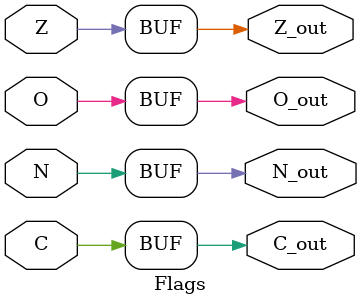
<source format=v>
`timescale 1ns / 1ps

module Flags(
  input Z,N,C,O,
  output reg Z_out, N_out, C_out, O_out
);
 
 always @(*) begin
   Z_out <= Z;
   N_out <= N;
   C_out <= C;
   O_out <= O;
 end
 
endmodule

</source>
